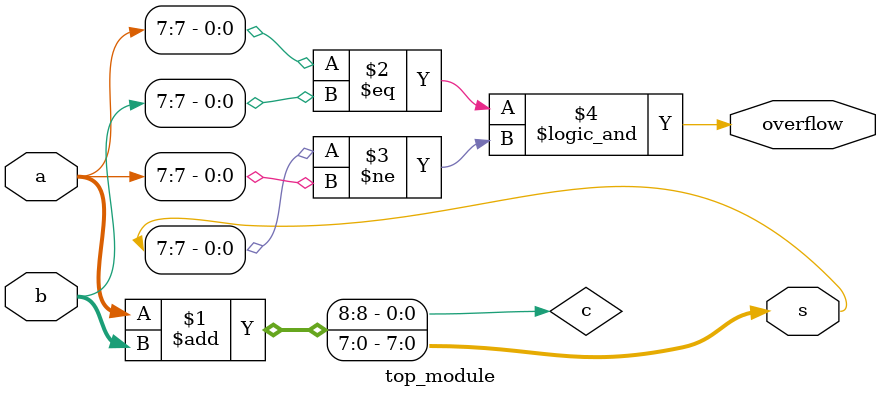
<source format=v>
module top_module (
    input [7:0] a,
    input [7:0] b,
    output [7:0] s,
    output overflow
); //
    wire c;
    assign {c,s}=a+b;
    assign overflow =((a[7]==b[7])&&(s[7]!=a[7]));
endmodule

</source>
